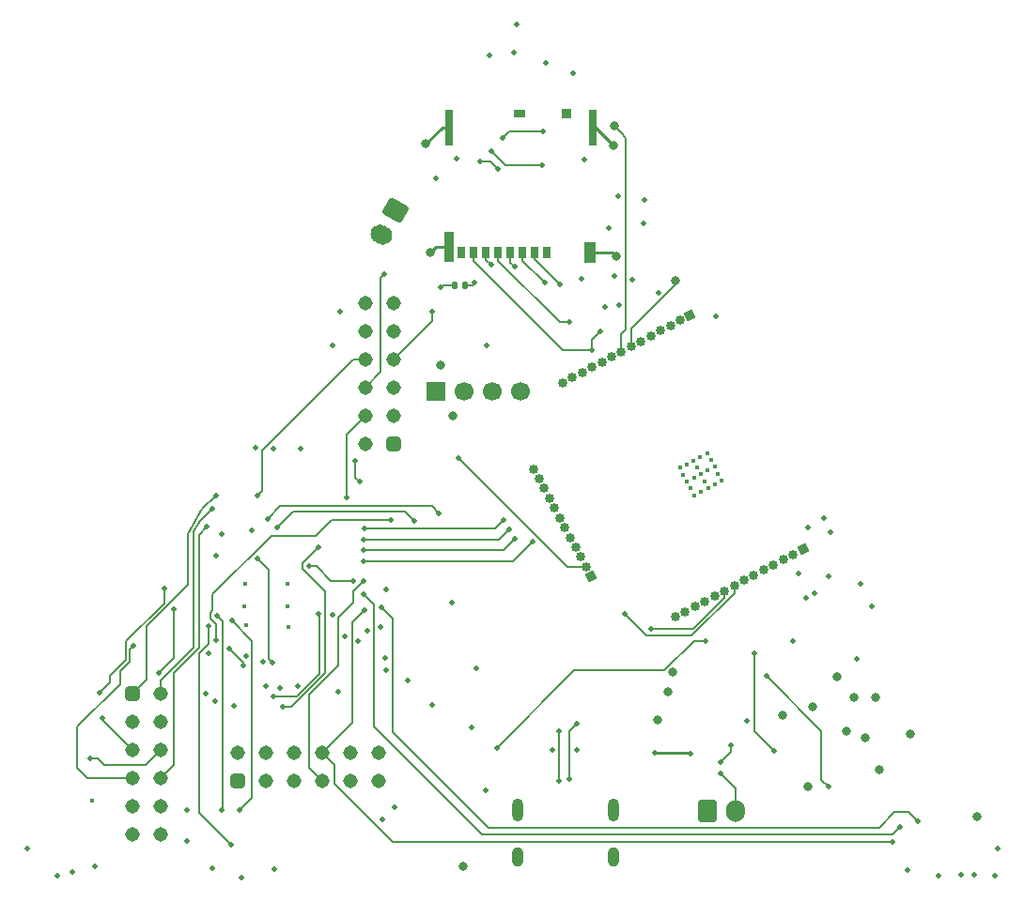
<source format=gbr>
%TF.GenerationSoftware,KiCad,Pcbnew,9.0.4*%
%TF.CreationDate,2025-10-26T21:46:10+01:00*%
%TF.ProjectId,esp32_fpga,65737033-325f-4667-9067-612e6b696361,rev?*%
%TF.SameCoordinates,Original*%
%TF.FileFunction,Copper,L1,Top*%
%TF.FilePolarity,Positive*%
%FSLAX46Y46*%
G04 Gerber Fmt 4.6, Leading zero omitted, Abs format (unit mm)*
G04 Created by KiCad (PCBNEW 9.0.4) date 2025-10-26 21:46:10*
%MOMM*%
%LPD*%
G01*
G04 APERTURE LIST*
G04 Aperture macros list*
%AMRoundRect*
0 Rectangle with rounded corners*
0 $1 Rounding radius*
0 $2 $3 $4 $5 $6 $7 $8 $9 X,Y pos of 4 corners*
0 Add a 4 corners polygon primitive as box body*
4,1,4,$2,$3,$4,$5,$6,$7,$8,$9,$2,$3,0*
0 Add four circle primitives for the rounded corners*
1,1,$1+$1,$2,$3*
1,1,$1+$1,$4,$5*
1,1,$1+$1,$6,$7*
1,1,$1+$1,$8,$9*
0 Add four rect primitives between the rounded corners*
20,1,$1+$1,$2,$3,$4,$5,0*
20,1,$1+$1,$4,$5,$6,$7,0*
20,1,$1+$1,$6,$7,$8,$9,0*
20,1,$1+$1,$8,$9,$2,$3,0*%
%AMHorizOval*
0 Thick line with rounded ends*
0 $1 width*
0 $2 $3 position (X,Y) of the first rounded end (center of the circle)*
0 $4 $5 position (X,Y) of the second rounded end (center of the circle)*
0 Add line between two ends*
20,1,$1,$2,$3,$4,$5,0*
0 Add two circle primitives to create the rounded ends*
1,1,$1,$2,$3*
1,1,$1,$4,$5*%
%AMRotRect*
0 Rectangle, with rotation*
0 The origin of the aperture is its center*
0 $1 length*
0 $2 width*
0 $3 Rotation angle, in degrees counterclockwise*
0 Add horizontal line*
21,1,$1,$2,0,0,$3*%
G04 Aperture macros list end*
%TA.AperFunction,ComponentPad*%
%ADD10RoundRect,0.250000X-0.349519X0.894615X-0.949519X-0.144615X0.349519X-0.894615X0.949519X0.144615X0*%
%TD*%
%TA.AperFunction,ComponentPad*%
%ADD11HorizOval,1.700000X-0.129904X0.075000X0.129904X-0.075000X0*%
%TD*%
%TA.AperFunction,SMDPad,CuDef*%
%ADD12R,0.700000X1.100000*%
%TD*%
%TA.AperFunction,SMDPad,CuDef*%
%ADD13R,0.900000X0.930000*%
%TD*%
%TA.AperFunction,SMDPad,CuDef*%
%ADD14R,1.050000X0.780000*%
%TD*%
%TA.AperFunction,SMDPad,CuDef*%
%ADD15R,0.700000X3.330000*%
%TD*%
%TA.AperFunction,SMDPad,CuDef*%
%ADD16R,0.860000X2.800000*%
%TD*%
%TA.AperFunction,SMDPad,CuDef*%
%ADD17R,1.140000X1.830000*%
%TD*%
%TA.AperFunction,SMDPad,CuDef*%
%ADD18RoundRect,0.140000X0.140000X0.170000X-0.140000X0.170000X-0.140000X-0.170000X0.140000X-0.170000X0*%
%TD*%
%TA.AperFunction,ComponentPad*%
%ADD19C,0.400000*%
%TD*%
%TA.AperFunction,ComponentPad*%
%ADD20RoundRect,0.250000X-0.405000X-0.405000X0.405000X-0.405000X0.405000X0.405000X-0.405000X0.405000X0*%
%TD*%
%TA.AperFunction,ComponentPad*%
%ADD21C,1.310000*%
%TD*%
%TA.AperFunction,HeatsinkPad*%
%ADD22O,1.000000X1.800000*%
%TD*%
%TA.AperFunction,HeatsinkPad*%
%ADD23O,1.000000X2.100000*%
%TD*%
%TA.AperFunction,ComponentPad*%
%ADD24RotRect,0.850000X0.850000X118.000000*%
%TD*%
%TA.AperFunction,ComponentPad*%
%ADD25C,0.850000*%
%TD*%
%TA.AperFunction,ComponentPad*%
%ADD26R,1.700000X1.700000*%
%TD*%
%TA.AperFunction,ComponentPad*%
%ADD27C,1.700000*%
%TD*%
%TA.AperFunction,ComponentPad*%
%ADD28RoundRect,0.250000X-0.405000X0.405000X-0.405000X-0.405000X0.405000X-0.405000X0.405000X0.405000X0*%
%TD*%
%TA.AperFunction,ComponentPad*%
%ADD29RoundRect,0.250000X-0.600000X-0.750000X0.600000X-0.750000X0.600000X0.750000X-0.600000X0.750000X0*%
%TD*%
%TA.AperFunction,ComponentPad*%
%ADD30O,1.700000X2.000000*%
%TD*%
%TA.AperFunction,ComponentPad*%
%ADD31RotRect,0.850000X0.850000X28.000000*%
%TD*%
%TA.AperFunction,ComponentPad*%
%ADD32RoundRect,0.250000X0.405000X-0.405000X0.405000X0.405000X-0.405000X0.405000X-0.405000X-0.405000X0*%
%TD*%
%TA.AperFunction,ViaPad*%
%ADD33C,0.500000*%
%TD*%
%TA.AperFunction,ViaPad*%
%ADD34C,0.800000*%
%TD*%
%TA.AperFunction,ViaPad*%
%ADD35C,0.400000*%
%TD*%
%TA.AperFunction,Conductor*%
%ADD36C,0.200000*%
%TD*%
%TA.AperFunction,Conductor*%
%ADD37C,0.250000*%
%TD*%
G04 APERTURE END LIST*
D10*
%TO.P,BT2,1,Pin_1*%
%TO.N,Net-(BT2-Pin_1)*%
X115740000Y-63540000D03*
D11*
%TO.P,BT2,2,Pin_2*%
%TO.N,GND*%
X114490000Y-65705064D03*
%TD*%
D12*
%TO.P,J6,1,DAT2*%
%TO.N,unconnected-(J6-DAT2-Pad1)*%
X129410000Y-67305000D03*
%TO.P,J6,2,CD/DAT3*%
%TO.N,/SPI2_CS*%
X128310000Y-67305000D03*
%TO.P,J6,3,CMD*%
%TO.N,/SPI2_MOSI*%
X127210000Y-67305000D03*
%TO.P,J6,4,VDD*%
%TO.N,+3.3V*%
X126110000Y-67305000D03*
%TO.P,J6,5,CLK*%
%TO.N,/SPI2_CLK*%
X125010000Y-67305000D03*
%TO.P,J6,6,VSS*%
%TO.N,GND*%
X123910000Y-67305000D03*
%TO.P,J6,7,DAT0*%
%TO.N,/SPI2_MISO*%
X122810000Y-67305000D03*
%TO.P,J6,8,DAT1*%
%TO.N,unconnected-(J6-DAT1-Pad8)*%
X121710000Y-67305000D03*
D13*
%TO.P,J6,9,DETECT_LEVER*%
%TO.N,unconnected-(J6-DETECT_LEVER-Pad9)*%
X131200000Y-54840000D03*
D14*
%TO.P,J6,10,DETECT_SWITCH*%
%TO.N,unconnected-(J6-DETECT_SWITCH-Pad10)*%
X126935000Y-54765000D03*
D15*
%TO.P,J6,11,11*%
%TO.N,GND*%
X120550000Y-56040000D03*
D16*
%TO.P,J6,12,12*%
X120630000Y-66805000D03*
D17*
%TO.P,J6,13,13*%
X133290000Y-67290000D03*
D15*
%TO.P,J6,14,14*%
X133510000Y-56040000D03*
%TD*%
D18*
%TO.P,C11,1*%
%TO.N,+3.3V*%
X122030000Y-70290000D03*
%TO.P,C11,2*%
%TO.N,GND*%
X121070000Y-70290000D03*
%TD*%
D19*
%TO.P,U1,41_10*%
%TO.N,GND*%
X143894676Y-87002502D03*
%TO.P,U1,41_11*%
X144551936Y-88238630D03*
%TO.P,U1,41_12*%
X143237416Y-85766377D03*
%TO.P,U1,41_13*%
X143315810Y-88895890D03*
%TO.P,U1,41_14*%
X142658550Y-87659764D03*
%TO.P,U1,41_15*%
X142001290Y-86423637D03*
%TO.P,U1,41_16*%
X144841370Y-87291937D03*
%TO.P,U1,41_17*%
X144184110Y-86055810D03*
%TO.P,U1,41_18*%
X143605244Y-87949198D03*
%TO.P,U1,41_19*%
X142947984Y-86713070D03*
%TO.P,U1,41_20*%
X142369117Y-88606457D03*
%TO.P,U1,41_21*%
X141711857Y-87370330D03*
%TD*%
D20*
%TO.P,PMOD3,1,Pin_1*%
%TO.N,/PIN_P42*%
X101520000Y-114970000D03*
D21*
%TO.P,PMOD3,2,Pin_2*%
%TO.N,/PIN_P38*%
X101520000Y-112430000D03*
%TO.P,PMOD3,3,Pin_3*%
%TO.N,/PIN_P43*%
X104060000Y-114970000D03*
%TO.P,PMOD3,4,Pin_4*%
%TO.N,/PIN_P36*%
X104060000Y-112430000D03*
%TO.P,PMOD3,5,Pin_5*%
%TO.N,/PIN_P32*%
X106600000Y-114970000D03*
%TO.P,PMOD3,6,Pin_6*%
%TO.N,/PIN_P31*%
X106600000Y-112430000D03*
%TO.P,PMOD3,7,Pin_7*%
%TO.N,/PIN_P13*%
X109140000Y-114970000D03*
%TO.P,PMOD3,8,Pin_8*%
%TO.N,/PIN_P20*%
X109140000Y-112430000D03*
%TO.P,PMOD3,9,Pin_9*%
%TO.N,GND*%
X111680000Y-114970000D03*
%TO.P,PMOD3,10,Pin_10*%
X111680000Y-112430000D03*
%TO.P,PMOD3,11,Pin_11*%
%TO.N,+3.3V*%
X114220000Y-114970000D03*
%TO.P,PMOD3,12,Pin_12*%
X114220000Y-112430000D03*
%TD*%
D22*
%TO.P,J3,S1,SHIELD*%
%TO.N,GND*%
X135448524Y-121835000D03*
D23*
X135448524Y-117655000D03*
D22*
X126808524Y-121835000D03*
D23*
X126808524Y-117655000D03*
%TD*%
D24*
%TO.P,J8,1,Pin_1*%
%TO.N,GND*%
X142298318Y-72986870D03*
D25*
%TO.P,J8,2,Pin_2*%
%TO.N,/GPIO1*%
X141415371Y-73456342D03*
%TO.P,J8,3,Pin_3*%
%TO.N,/GPIO2*%
X140532423Y-73925813D03*
%TO.P,J8,4,Pin_4*%
%TO.N,/UART_TX*%
X139649475Y-74395285D03*
%TO.P,J8,5,Pin_5*%
%TO.N,/UART_RX*%
X138766527Y-74864755D03*
%TO.P,J8,6,Pin_6*%
%TO.N,/GPIO42*%
X137883580Y-75334228D03*
%TO.P,J8,7,Pin_7*%
%TO.N,/GPIO41*%
X137000633Y-75803699D03*
%TO.P,J8,8,Pin_8*%
%TO.N,/GPIO40*%
X136117685Y-76273171D03*
%TO.P,J8,9,Pin_9*%
%TO.N,/SPI2_CS*%
X135234737Y-76742643D03*
%TO.P,J8,10,Pin_10*%
%TO.N,/GPIO38*%
X134351789Y-77212115D03*
%TO.P,J8,11,Pin_11*%
%TO.N,/SPI2_MISO*%
X133468842Y-77681586D03*
%TO.P,J8,12,Pin_12*%
%TO.N,/SPI2_CLK*%
X132585895Y-78151057D03*
%TO.P,J8,13,Pin_13*%
%TO.N,/SPI2_MOSI*%
X131702947Y-78620529D03*
%TO.P,J8,14,Pin_14*%
%TO.N,/GPIO0*%
X130820000Y-79090000D03*
%TD*%
D26*
%TO.P,J4,1,Pin_1*%
%TO.N,GND*%
X119440000Y-79860000D03*
D27*
%TO.P,J4,2,Pin_2*%
%TO.N,+3.3V*%
X121980000Y-79860000D03*
%TO.P,J4,3,Pin_3*%
%TO.N,/SCL*%
X124520000Y-79860000D03*
%TO.P,J4,4,Pin_4*%
%TO.N,/SDA*%
X127060000Y-79860000D03*
%TD*%
D28*
%TO.P,PMOD2,1,Pin_1*%
%TO.N,/PIN_P4*%
X92088524Y-107099999D03*
D21*
%TO.P,PMOD2,2,Pin_2*%
%TO.N,/PIN_P3*%
X94628524Y-107099999D03*
%TO.P,PMOD2,3,Pin_3*%
%TO.N,/PIN_P48*%
X92088524Y-109639999D03*
%TO.P,PMOD2,4,Pin_4*%
%TO.N,/PIN_P45*%
X94628524Y-109639999D03*
%TO.P,PMOD2,5,Pin_5*%
%TO.N,/PIN_P47*%
X92088524Y-112179999D03*
%TO.P,PMOD2,6,Pin_6*%
%TO.N,/PIN_P44*%
X94628524Y-112179999D03*
%TO.P,PMOD2,7,Pin_7*%
%TO.N,/PIN_P46*%
X92088524Y-114719999D03*
%TO.P,PMOD2,8,Pin_8*%
%TO.N,/PIN_P2*%
X94628524Y-114719999D03*
%TO.P,PMOD2,9,Pin_9*%
%TO.N,GND*%
X92088524Y-117259999D03*
%TO.P,PMOD2,10,Pin_10*%
X94628524Y-117259999D03*
%TO.P,PMOD2,11,Pin_11*%
%TO.N,+3.3V*%
X92088524Y-119799999D03*
%TO.P,PMOD2,12,Pin_12*%
X94628524Y-119799999D03*
%TD*%
D24*
%TO.P,J2,1,Pin_1*%
%TO.N,GND*%
X152470000Y-94100000D03*
D25*
%TO.P,J2,2,Pin_2*%
%TO.N,+3.3V*%
X151587053Y-94569472D03*
%TO.P,J2,3,Pin_3*%
%TO.N,/NRST*%
X150704105Y-95038943D03*
%TO.P,J2,4,Pin_4*%
%TO.N,/ADC*%
X149821157Y-95508415D03*
%TO.P,J2,5,Pin_5*%
%TO.N,/GPIO5*%
X148938209Y-95977885D03*
%TO.P,J2,6,Pin_6*%
%TO.N,/GPIO6*%
X148055262Y-96447358D03*
%TO.P,J2,7,Pin_7*%
%TO.N,/GPIO7*%
X147172315Y-96916829D03*
%TO.P,J2,8,Pin_8*%
%TO.N,/CDONE*%
X146289367Y-97386301D03*
%TO.P,J2,9,Pin_9*%
%TO.N,/CRESET*%
X145406419Y-97855773D03*
%TO.P,J2,10,Pin_10*%
%TO.N,/GPIO17*%
X144523471Y-98325245D03*
%TO.P,J2,11,Pin_11*%
%TO.N,/GPIO18*%
X143640524Y-98794716D03*
%TO.P,J2,12,Pin_12*%
%TO.N,/GPIO8*%
X142757577Y-99264187D03*
%TO.P,J2,13,Pin_13*%
%TO.N,/USB D-*%
X141874629Y-99733659D03*
%TO.P,J2,14,Pin_14*%
%TO.N,/USB D+*%
X140991682Y-100203130D03*
%TD*%
D29*
%TO.P,BT1,1,Pin_1*%
%TO.N,GND*%
X143888524Y-117667500D03*
D30*
%TO.P,BT1,2,Pin_2*%
%TO.N,/ADC*%
X146388524Y-117667500D03*
%TD*%
D31*
%TO.P,J5,1,Pin_1*%
%TO.N,/GPIO3*%
X133390000Y-96560000D03*
D25*
%TO.P,J5,2,Pin_2*%
%TO.N,/SCL*%
X132920528Y-95677053D03*
%TO.P,J5,3,Pin_3*%
%TO.N,/GPIO9*%
X132451057Y-94794105D03*
%TO.P,J5,4,Pin_4*%
%TO.N,/SPI_CS*%
X131981585Y-93911157D03*
%TO.P,J5,5,Pin_5*%
%TO.N,/SPI_MOSI*%
X131512115Y-93028209D03*
%TO.P,J5,6,Pin_6*%
%TO.N,/SPI_CLK*%
X131042642Y-92145262D03*
%TO.P,J5,7,Pin_7*%
%TO.N,/SPI_MISO*%
X130573171Y-91262315D03*
%TO.P,J5,8,Pin_8*%
%TO.N,/GPIO14*%
X130103699Y-90379367D03*
%TO.P,J5,9,Pin_9*%
%TO.N,/GPIO21*%
X129634227Y-89496419D03*
%TO.P,J5,10,Pin_10*%
%TO.N,/GPIO47*%
X129164755Y-88613471D03*
%TO.P,J5,11,Pin_11*%
%TO.N,/GPIO48*%
X128695284Y-87730524D03*
%TO.P,J5,12,Pin_12*%
%TO.N,/SDA*%
X128225813Y-86847577D03*
%TD*%
D32*
%TO.P,PMOD1,1,Pin_1*%
%TO.N,/PIN_P19*%
X115598524Y-84580000D03*
D21*
%TO.P,PMOD1,2,Pin_2*%
%TO.N,/PIN_P18*%
X113058524Y-84580000D03*
%TO.P,PMOD1,3,Pin_3*%
%TO.N,/PIN_P12*%
X115598524Y-82040000D03*
%TO.P,PMOD1,4,Pin_4*%
%TO.N,/PIN_P21*%
X113058524Y-82040000D03*
%TO.P,PMOD1,5,Pin_5*%
%TO.N,/PIN_P11*%
X115598524Y-79500000D03*
%TO.P,PMOD1,6,Pin_6*%
%TO.N,/PIN_P10*%
X113058524Y-79500000D03*
%TO.P,PMOD1,7,Pin_7*%
%TO.N,/PIN_P9*%
X115598524Y-76960000D03*
%TO.P,PMOD1,8,Pin_8*%
%TO.N,/PIN_P6*%
X113058524Y-76960000D03*
%TO.P,PMOD1,9,Pin_9*%
%TO.N,GND*%
X115598524Y-74420000D03*
%TO.P,PMOD1,10,Pin_10*%
X113058524Y-74420000D03*
%TO.P,PMOD1,11,Pin_11*%
%TO.N,+3.3V*%
X115598524Y-71880000D03*
%TO.P,PMOD1,12,Pin_12*%
X113058524Y-71880000D03*
%TD*%
D33*
%TO.N,GND*%
X137120000Y-69760000D03*
X135800000Y-62250000D03*
X138240000Y-62590000D03*
X134980000Y-65120000D03*
X119390000Y-60600000D03*
X121310000Y-58830000D03*
X131810000Y-51120000D03*
X132790000Y-58950000D03*
%TO.N,Net-(BT2-Pin_1)*%
X124990000Y-59770000D03*
X123380000Y-59130000D03*
%TO.N,Net-(D8-RK)*%
X124420000Y-58160000D03*
X128940000Y-59430000D03*
%TO.N,Net-(Q2-D)*%
X125430000Y-57010000D03*
X129100000Y-56420000D03*
D34*
%TO.N,/GPIO41*%
X140990000Y-69850000D03*
%TO.N,/GPIO40*%
X135510000Y-55940000D03*
D33*
%TO.N,GND*%
X119870000Y-70460000D03*
D35*
X106070000Y-97240000D03*
D33*
X104110000Y-106460000D03*
D34*
X168140000Y-118210000D03*
D35*
X142619354Y-86095007D03*
D33*
X124210273Y-49552617D03*
D34*
X152970000Y-115540000D03*
X140350000Y-106940000D03*
D33*
X103140000Y-84900000D03*
D35*
X106000000Y-99220000D03*
D34*
X118880000Y-67350000D03*
D35*
X142040487Y-87988394D03*
X145170000Y-87910000D03*
X102310000Y-100930000D03*
D34*
X159020000Y-107490000D03*
D33*
X169995000Y-121055000D03*
D35*
X143855480Y-85437747D03*
X142697747Y-89224521D03*
D33*
X123060000Y-104860000D03*
X152780000Y-98495000D03*
X102810000Y-92430000D03*
D34*
X155600000Y-105640000D03*
D33*
X106940000Y-106450000D03*
X99550000Y-107800000D03*
X147450000Y-109590000D03*
X122660000Y-110200000D03*
D34*
X135420000Y-57700000D03*
X121870000Y-122660000D03*
D33*
X88700000Y-122690000D03*
D35*
X102250000Y-97240000D03*
D33*
X114420000Y-101130000D03*
X123990000Y-75750000D03*
D34*
X135680000Y-67640000D03*
D33*
X111180000Y-101960000D03*
X82570000Y-121090000D03*
X135890000Y-72110000D03*
X132120000Y-112230000D03*
D35*
X102160000Y-99230000D03*
D33*
X96950000Y-117610000D03*
D35*
X143933874Y-88567261D03*
X143276614Y-87331133D03*
D33*
X151590000Y-102415000D03*
D35*
X106100000Y-101150000D03*
D33*
X129350000Y-50220000D03*
X105330000Y-106580000D03*
X158670000Y-99245000D03*
X132540000Y-69740000D03*
X129920000Y-112220000D03*
X110570000Y-106970000D03*
X100100000Y-92740000D03*
D34*
X139350000Y-109500000D03*
D33*
X144630000Y-73110000D03*
X114620000Y-118450000D03*
D34*
X150670000Y-109070000D03*
D33*
X110070000Y-75710000D03*
D35*
X88390000Y-116740000D03*
D33*
X167908524Y-123491476D03*
D34*
X162180000Y-110780000D03*
X159390000Y-114010000D03*
D33*
X123870000Y-115850000D03*
X138101476Y-64703238D03*
X164675000Y-123525000D03*
D34*
X119810000Y-77490000D03*
D33*
X154400000Y-91320000D03*
X157710000Y-97181476D03*
D34*
X140760000Y-105170000D03*
D33*
X154760000Y-96550000D03*
D35*
X141383226Y-86752267D03*
D34*
X118500000Y-57530000D03*
D33*
X116870000Y-105970000D03*
X98920000Y-103440000D03*
X120880000Y-98880000D03*
X124370000Y-68450000D03*
D35*
X144512740Y-86673873D03*
D33*
%TO.N,/ADC*%
X145020000Y-114290000D03*
X145980000Y-111810000D03*
X145020000Y-113290000D03*
%TO.N,+4V*%
X149860000Y-112260000D03*
X139150000Y-112440000D03*
X142320000Y-112560000D03*
X148100000Y-103500000D03*
%TO.N,+3.3V*%
X86620000Y-123220000D03*
X153530000Y-98061476D03*
D34*
X157080000Y-107420000D03*
D33*
X99230000Y-122910000D03*
X152940000Y-92110000D03*
D34*
X153360000Y-108330000D03*
D33*
X114870000Y-103900000D03*
X114960000Y-97730000D03*
X169818524Y-123518524D03*
X154940000Y-92600000D03*
X99620000Y-94660000D03*
X161930000Y-123060000D03*
X101860000Y-123730000D03*
X107200000Y-85040000D03*
X104780000Y-85050000D03*
D34*
X158080000Y-111090000D03*
D33*
X85320000Y-123520000D03*
D34*
X120960000Y-82030000D03*
D33*
X139461476Y-70933238D03*
X126490000Y-68620000D03*
X157300000Y-103965000D03*
D34*
X156380000Y-110490000D03*
D33*
X114890000Y-104990000D03*
X115670000Y-117350000D03*
X122920000Y-70070000D03*
X110750000Y-72630000D03*
X96940000Y-120430000D03*
X113240000Y-101430000D03*
X112410000Y-102410000D03*
X101180000Y-108240000D03*
X134640000Y-72240000D03*
X126650000Y-46730000D03*
X135480000Y-69470000D03*
X104810000Y-122950000D03*
X119050000Y-108100000D03*
X103818524Y-104270000D03*
X110070000Y-99980000D03*
X126470000Y-49310000D03*
X152110000Y-96290000D03*
X166720000Y-123490000D03*
X98630000Y-107150000D03*
X102270000Y-103710000D03*
%TO.N,+1V2*%
X103348524Y-94940000D03*
X104680512Y-104359488D03*
%TO.N,Net-(D1-RK)*%
X99650000Y-100080000D03*
X100080000Y-117590000D03*
%TO.N,Net-(D1-GK)*%
X101730000Y-117640000D03*
X101047524Y-100550000D03*
%TO.N,Net-(D1-BK)*%
X100960000Y-120780000D03*
X98890000Y-100990000D03*
%TO.N,/CDONE*%
X136395000Y-99895000D03*
X104210000Y-91350000D03*
X119700000Y-90870000D03*
%TO.N,/FPGA_P13*%
X111940000Y-96920000D03*
X108000000Y-95640000D03*
%TO.N,/FPGA_P21*%
X104790000Y-107390000D03*
X108850000Y-99960000D03*
%TO.N,/~{PSRAM_CS}*%
X99590000Y-102300000D03*
X115380000Y-91430000D03*
%TO.N,/SPI_CS*%
X126520000Y-93130000D03*
X112880000Y-94150000D03*
%TO.N,/SPI_CLK*%
X125980000Y-92300000D03*
X112900000Y-93220000D03*
%TO.N,/SPI_MISO*%
X125540000Y-91420000D03*
X112950000Y-92260000D03*
%TO.N,/SPI_MOSI*%
X128130000Y-93370000D03*
X112920000Y-95180000D03*
%TO.N,/CRESET*%
X105110000Y-92150000D03*
X138760000Y-101290000D03*
X117450000Y-91550000D03*
%TO.N,/FPGA_P36*%
X100760000Y-103060000D03*
X102030000Y-104540000D03*
%TO.N,/SPI2_CS*%
X130600000Y-70210000D03*
%TO.N,/SPI2_MOSI*%
X129200000Y-70080000D03*
%TO.N,/SPI2_MISO*%
X134190000Y-74460000D03*
X133460000Y-76120000D03*
%TO.N,/SPI2_CLK*%
X131400000Y-73600000D03*
%TO.N,/USB D+*%
X130530000Y-110470000D03*
X130530000Y-115030000D03*
%TO.N,/USB D-*%
X131400000Y-114820000D03*
X132080000Y-109800000D03*
%TO.N,/SCL*%
X121470000Y-85880000D03*
%TO.N,/PIN_P4*%
X99580000Y-89230000D03*
%TO.N,/PIN_P2*%
X98770000Y-92090000D03*
%TO.N,/PIN_P3*%
X99240000Y-90410000D03*
%TO.N,/PIN_P20*%
X160530000Y-120470000D03*
X112990000Y-99560000D03*
%TO.N,/PIN_P19*%
X114490000Y-99350000D03*
X162820000Y-118660000D03*
%TO.N,/PIN_P18*%
X112510000Y-88020000D03*
X161265000Y-119145000D03*
X112150000Y-86160000D03*
X112915000Y-98155000D03*
%TO.N,/PIN_P46*%
X92130000Y-102830000D03*
%TO.N,/PIN_P44*%
X95790000Y-99500000D03*
X94410000Y-105250000D03*
X88250000Y-112970000D03*
%TO.N,/PIN_P10*%
X114780000Y-69300000D03*
%TO.N,/PIN_P21*%
X108850000Y-93890000D03*
X111350000Y-89420000D03*
X105600000Y-108320000D03*
%TO.N,/PIN_P6*%
X103300000Y-89280000D03*
%TO.N,/PIN_P9*%
X119080000Y-72670000D03*
%TO.N,/PIN_P47*%
X89090000Y-107070000D03*
X94910000Y-97630000D03*
X89380000Y-109290000D03*
%TO.N,/PIN_P13*%
X112890000Y-96960000D03*
%TO.N,Net-(U3-PWRGD)*%
X154770000Y-115510000D03*
X124890000Y-112000000D03*
X149190000Y-105540000D03*
X143680000Y-102370000D03*
%TD*%
D36*
%TO.N,Net-(BT2-Pin_1)*%
X124350000Y-59130000D02*
X124990000Y-59770000D01*
X123380000Y-59130000D02*
X124350000Y-59130000D01*
%TO.N,Net-(D8-RK)*%
X125690000Y-59430000D02*
X128940000Y-59430000D01*
X124420000Y-58160000D02*
X125690000Y-59430000D01*
%TO.N,Net-(Q2-D)*%
X126020000Y-56420000D02*
X125430000Y-57010000D01*
X129100000Y-56420000D02*
X126020000Y-56420000D01*
%TO.N,/GPIO41*%
X137000633Y-74215740D02*
X140990000Y-70226373D01*
X140990000Y-70226373D02*
X140990000Y-69850000D01*
X137000633Y-75803699D02*
X137000633Y-74215740D01*
%TO.N,/GPIO40*%
X136269207Y-56699207D02*
X135510000Y-55940000D01*
X136471000Y-57076106D02*
X136269207Y-56699207D01*
X136471000Y-74302486D02*
X136471000Y-57076106D01*
X136117685Y-74655801D02*
X136471000Y-74302486D01*
X136117685Y-76273171D02*
X136117685Y-74655801D01*
D37*
%TO.N,GND*%
X133290000Y-67290000D02*
X135330000Y-67290000D01*
X133510000Y-56040000D02*
X133760000Y-56040000D01*
D36*
X121070000Y-70290000D02*
X120040000Y-70290000D01*
X123910000Y-67990000D02*
X124370000Y-68450000D01*
D37*
X135330000Y-67290000D02*
X135680000Y-67640000D01*
X120630000Y-66805000D02*
X119425000Y-66805000D01*
D36*
X123910000Y-67305000D02*
X123910000Y-67990000D01*
D37*
X119425000Y-66805000D02*
X118880000Y-67350000D01*
X119990000Y-56040000D02*
X118500000Y-57530000D01*
X120550000Y-56040000D02*
X119990000Y-56040000D01*
D36*
X120040000Y-70290000D02*
X119870000Y-70460000D01*
D37*
X133760000Y-56040000D02*
X135420000Y-57700000D01*
D36*
%TO.N,/ADC*%
X145980000Y-112330000D02*
X145020000Y-113290000D01*
X146388524Y-115658524D02*
X146388524Y-117667500D01*
X145020000Y-114290000D02*
X146388524Y-115658524D01*
X145980000Y-111810000D02*
X145980000Y-112330000D01*
%TO.N,+4V*%
X148100000Y-103500000D02*
X148100000Y-110500000D01*
D37*
X139150000Y-112440000D02*
X142200000Y-112440000D01*
D36*
X148100000Y-110500000D02*
X149860000Y-112260000D01*
D37*
X142200000Y-112440000D02*
X142320000Y-112560000D01*
D36*
%TO.N,+3.3V*%
X122700000Y-70290000D02*
X122920000Y-70070000D01*
X126110000Y-68240000D02*
X126490000Y-68620000D01*
X126110000Y-67305000D02*
X126110000Y-68240000D01*
X122030000Y-70290000D02*
X122700000Y-70290000D01*
%TO.N,+1V2*%
X104680512Y-104359488D02*
X104348524Y-104027500D01*
X104348524Y-95940000D02*
X103348524Y-94940000D01*
X104348524Y-104027500D02*
X104348524Y-95940000D01*
%TO.N,Net-(D1-RK)*%
X100179000Y-100609000D02*
X100179000Y-117491000D01*
X99650000Y-100080000D02*
X100179000Y-100609000D01*
X100179000Y-117491000D02*
X100080000Y-117590000D01*
%TO.N,Net-(D1-GK)*%
X102851000Y-116519000D02*
X101730000Y-117640000D01*
X101047524Y-100550000D02*
X102851000Y-102353476D01*
X102851000Y-102353476D02*
X102851000Y-116519000D01*
%TO.N,Net-(D1-BK)*%
X98049000Y-103489341D02*
X98049000Y-117869000D01*
X98890000Y-102648341D02*
X98049000Y-103489341D01*
X98890000Y-100990000D02*
X98890000Y-102648341D01*
X98049000Y-117869000D02*
X100960000Y-120780000D01*
%TO.N,/CDONE*%
X142468297Y-101871000D02*
X146289367Y-98049930D01*
X146289367Y-98049930D02*
X146289367Y-97386301D01*
X104210000Y-91350000D02*
X105350000Y-90210000D01*
X136395000Y-99895000D02*
X138371000Y-101871000D01*
X138371000Y-101871000D02*
X142468297Y-101871000D01*
X119040000Y-90210000D02*
X119700000Y-90870000D01*
X105350000Y-90210000D02*
X119040000Y-90210000D01*
%TO.N,/FPGA_P13*%
X111940000Y-96920000D02*
X109960000Y-96920000D01*
X108680000Y-95640000D02*
X108000000Y-95640000D01*
X109960000Y-96920000D02*
X108680000Y-95640000D01*
%TO.N,/FPGA_P21*%
X108870000Y-99980000D02*
X108870000Y-105380000D01*
X108870000Y-105380000D02*
X106860000Y-107390000D01*
X108850000Y-99960000D02*
X108870000Y-99980000D01*
X106860000Y-107390000D02*
X104790000Y-107390000D01*
%TO.N,/~{PSRAM_CS}*%
X108570000Y-92870000D02*
X110010000Y-91430000D01*
X99600000Y-100851659D02*
X99069000Y-100320659D01*
X104596865Y-92870000D02*
X108570000Y-92870000D01*
X110010000Y-91430000D02*
X115380000Y-91430000D01*
X99280000Y-98186865D02*
X104596865Y-92870000D01*
X99600000Y-102290000D02*
X99600000Y-100851659D01*
X99280000Y-99628341D02*
X99280000Y-98186865D01*
X99590000Y-102300000D02*
X99600000Y-102290000D01*
X99069000Y-99839341D02*
X99280000Y-99628341D01*
X99069000Y-100320659D02*
X99069000Y-99839341D01*
%TO.N,/SPI_CS*%
X112880000Y-94150000D02*
X125500000Y-94150000D01*
X125500000Y-94150000D02*
X126520000Y-93130000D01*
%TO.N,/SPI_CLK*%
X112900000Y-93220000D02*
X125060000Y-93220000D01*
X125060000Y-93220000D02*
X125980000Y-92300000D01*
%TO.N,/SPI_MISO*%
X112950000Y-92260000D02*
X124700000Y-92260000D01*
X124700000Y-92260000D02*
X125540000Y-91420000D01*
%TO.N,/SPI_MOSI*%
X112920000Y-95180000D02*
X126320000Y-95180000D01*
X126320000Y-95180000D02*
X128130000Y-93370000D01*
%TO.N,/CRESET*%
X105110000Y-92150000D02*
X106560000Y-90700000D01*
X145406419Y-98469016D02*
X145406419Y-97855773D01*
X106560000Y-90700000D02*
X116600000Y-90700000D01*
X116600000Y-90700000D02*
X117450000Y-91550000D01*
X142585435Y-101290000D02*
X145406419Y-98469016D01*
X138760000Y-101290000D02*
X142585435Y-101290000D01*
%TO.N,/FPGA_P36*%
X102030000Y-104330000D02*
X100760000Y-103060000D01*
X102030000Y-104540000D02*
X102030000Y-104330000D01*
%TO.N,/SPI2_CS*%
X130600000Y-70210000D02*
X128310000Y-67920000D01*
X128310000Y-67920000D02*
X128310000Y-67305000D01*
%TO.N,/SPI2_MOSI*%
X129200000Y-70080000D02*
X127210000Y-68090000D01*
X127210000Y-68090000D02*
X127210000Y-67305000D01*
%TO.N,/SPI2_MISO*%
X122810000Y-68055000D02*
X122810000Y-67305000D01*
X133460000Y-75190000D02*
X134190000Y-74460000D01*
X133460000Y-76120000D02*
X130875000Y-76120000D01*
X133460000Y-76120000D02*
X133460000Y-75190000D01*
X130875000Y-76120000D02*
X122810000Y-68055000D01*
%TO.N,/SPI2_CLK*%
X131400000Y-73600000D02*
X130555000Y-73600000D01*
X125010000Y-68055000D02*
X125010000Y-67305000D01*
X130555000Y-73600000D02*
X125010000Y-68055000D01*
%TO.N,/USB D+*%
X130530000Y-110470000D02*
X130530000Y-115030000D01*
%TO.N,/USB D-*%
X132080000Y-109800000D02*
X131400000Y-110480000D01*
X131400000Y-110480000D02*
X131400000Y-114820000D01*
%TO.N,/SCL*%
X131283975Y-95693975D02*
X132890000Y-95693975D01*
X121470000Y-85880000D02*
X131283975Y-95693975D01*
%TO.N,/PIN_P4*%
X98357615Y-90452385D02*
X99580000Y-89230000D01*
X93357523Y-101005099D02*
X97070000Y-97292622D01*
X93357523Y-105831000D02*
X93357523Y-101005099D01*
X92088524Y-107099999D02*
X93357523Y-105831000D01*
X97070000Y-97292622D02*
X97070000Y-92695766D01*
X97070000Y-92695766D02*
X98357615Y-90452385D01*
%TO.N,/PIN_P2*%
X95779523Y-113569001D02*
X95779523Y-105260477D01*
X95779523Y-105260477D02*
X98030000Y-103010000D01*
X98030000Y-92830000D02*
X98770000Y-92090000D01*
X98030000Y-103010000D02*
X98030000Y-92830000D01*
X94628524Y-114720000D02*
X95779523Y-113569001D01*
%TO.N,/PIN_P3*%
X97570000Y-102956442D02*
X97570000Y-92483536D01*
X98113646Y-91536354D02*
X99240000Y-90410000D01*
X94628525Y-105897917D02*
X97570000Y-102956442D01*
X97570000Y-92483536D02*
X98113646Y-91536354D01*
X94628525Y-107099998D02*
X94628525Y-105897917D01*
%TO.N,/PIN_P20*%
X111829000Y-109741000D02*
X111829000Y-100721000D01*
X115552240Y-120470000D02*
X110291000Y-115208760D01*
X111829000Y-100721000D02*
X112990000Y-99560000D01*
X110291000Y-113581000D02*
X109140000Y-112430000D01*
X110291000Y-115208760D02*
X110291000Y-113581000D01*
X160530000Y-120470000D02*
X115552240Y-120470000D01*
X109140000Y-112430000D02*
X111829000Y-109741000D01*
%TO.N,/PIN_P19*%
X162820000Y-118660000D02*
X161990000Y-117830000D01*
X161990000Y-117830000D02*
X160740000Y-117830000D01*
X115471000Y-110561000D02*
X115471000Y-100331000D01*
X160740000Y-117830000D02*
X159370000Y-119200000D01*
X159370000Y-119200000D02*
X124110000Y-119200000D01*
X115471000Y-100331000D02*
X114490000Y-99350000D01*
X124110000Y-119200000D02*
X115471000Y-110561000D01*
%TO.N,/PIN_P18*%
X112150000Y-87660000D02*
X112510000Y-88020000D01*
X113821000Y-110071000D02*
X113821000Y-99061000D01*
X113821000Y-99061000D02*
X112915000Y-98155000D01*
X160590000Y-119820000D02*
X123560000Y-119820000D01*
X114909000Y-111169000D02*
X114909000Y-111159000D01*
X161265000Y-119145000D02*
X160590000Y-119820000D01*
X112150000Y-86160000D02*
X112150000Y-87660000D01*
X123560000Y-119820000D02*
X114909000Y-111169000D01*
X114909000Y-111159000D02*
X113821000Y-110071000D01*
%TO.N,/PIN_P46*%
X90937524Y-106236158D02*
X90937524Y-105102476D01*
X87090000Y-110083682D02*
X90937524Y-106236158D01*
X87090000Y-113808176D02*
X87090000Y-110083682D01*
X91830000Y-103130000D02*
X92130000Y-102830000D01*
X91830000Y-104210000D02*
X91830000Y-103130000D01*
X90937524Y-105102476D02*
X91830000Y-104210000D01*
X88001823Y-114719999D02*
X87090000Y-113808176D01*
X92088524Y-114719999D02*
X88001823Y-114719999D01*
%TO.N,/PIN_P44*%
X89488999Y-113568999D02*
X93239525Y-113568999D01*
X93239525Y-113568999D02*
X94628523Y-112180001D01*
X95790000Y-103870000D02*
X95790000Y-99500000D01*
X88250000Y-112970000D02*
X88890000Y-112970000D01*
X94410000Y-105250000D02*
X95790000Y-103870000D01*
X88890000Y-112970000D02*
X89488999Y-113568999D01*
%TO.N,/PIN_P10*%
X114447524Y-78111000D02*
X113058524Y-79500000D01*
X114780000Y-69300000D02*
X114447524Y-69632476D01*
X114447524Y-69632476D02*
X114447524Y-78111000D01*
%TO.N,/PIN_P21*%
X106393862Y-108320000D02*
X109451000Y-105262862D01*
X105600000Y-108320000D02*
X106393862Y-108320000D01*
X107419000Y-95321000D02*
X108850000Y-93890000D01*
X107419000Y-95880659D02*
X107419000Y-95321000D01*
X111350000Y-83748524D02*
X113058524Y-82040000D01*
X109451000Y-97912659D02*
X107419000Y-95880659D01*
X109451000Y-105262862D02*
X109451000Y-97912659D01*
X111350000Y-89420000D02*
X111350000Y-83748524D01*
%TO.N,/PIN_P6*%
X103770000Y-88810000D02*
X103770000Y-85180000D01*
X111990000Y-76960000D02*
X113058524Y-76960000D01*
X103770000Y-85180000D02*
X111990000Y-76960000D01*
X103300000Y-89280000D02*
X103770000Y-88810000D01*
%TO.N,/PIN_P9*%
X119080000Y-72670000D02*
X119080000Y-73478524D01*
X119080000Y-73478524D02*
X115598524Y-76960000D01*
%TO.N,/PIN_P47*%
X89380000Y-109471475D02*
X89380000Y-109290000D01*
X90030000Y-106130000D02*
X90030000Y-105546138D01*
X90030000Y-105546138D02*
X91502000Y-104074138D01*
X91502000Y-104074138D02*
X91502000Y-102396760D01*
X94910000Y-98988760D02*
X94910000Y-97630000D01*
X92088523Y-112179998D02*
X89380000Y-109471475D01*
X89090000Y-107070000D02*
X90030000Y-106130000D01*
X91502000Y-102396760D02*
X94910000Y-98988760D01*
%TO.N,/PIN_P13*%
X110599000Y-100272659D02*
X111920000Y-98951659D01*
X109140000Y-114970000D02*
X107989000Y-113819000D01*
X110599000Y-104578724D02*
X110599000Y-100272659D01*
X111920000Y-97930000D02*
X112890000Y-96960000D01*
X107989000Y-107188724D02*
X110599000Y-104578724D01*
X107989000Y-113819000D02*
X107989000Y-107188724D01*
X111920000Y-98951659D02*
X111920000Y-97930000D01*
%TO.N,Net-(U3-PWRGD)*%
X140021631Y-105016000D02*
X142667631Y-102370000D01*
X124890000Y-112000000D02*
X131874000Y-105016000D01*
X154140000Y-110490000D02*
X154140000Y-114880000D01*
X149190000Y-105540000D02*
X154140000Y-110490000D01*
X154140000Y-114880000D02*
X154770000Y-115510000D01*
X131874000Y-105016000D02*
X140021631Y-105016000D01*
X142667631Y-102370000D02*
X143680000Y-102370000D01*
%TD*%
M02*

</source>
